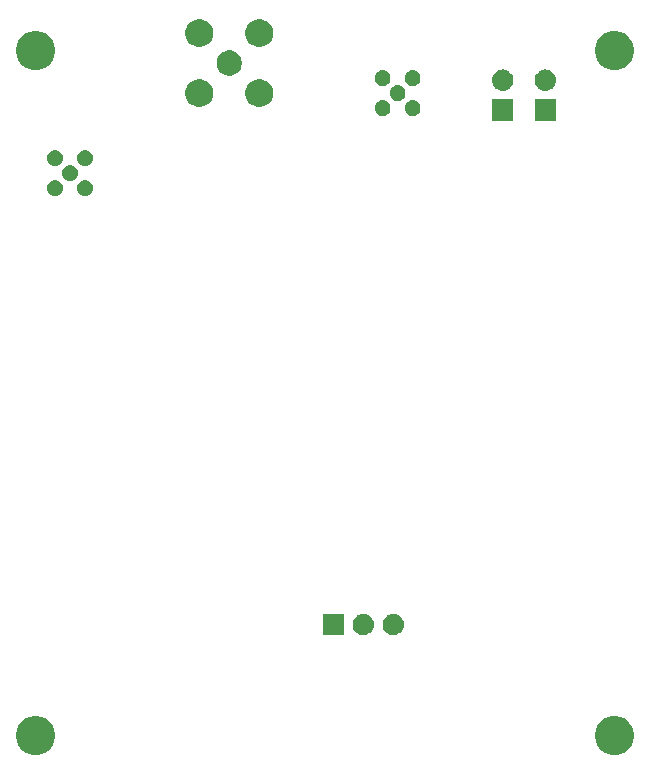
<source format=gbr>
G04 #@! TF.GenerationSoftware,KiCad,Pcbnew,5.0.1-33cea8e~68~ubuntu18.04.1*
G04 #@! TF.CreationDate,2018-11-04T18:35:11+03:00*
G04 #@! TF.ProjectId,AA-PI-Radio-Board,41412D50492D526164696F2D426F6172,rev?*
G04 #@! TF.SameCoordinates,Original*
G04 #@! TF.FileFunction,Soldermask,Bot*
G04 #@! TF.FilePolarity,Negative*
%FSLAX46Y46*%
G04 Gerber Fmt 4.6, Leading zero omitted, Abs format (unit mm)*
G04 Created by KiCad (PCBNEW 5.0.1-33cea8e~68~ubuntu18.04.1) date Sun 04 Nov 2018 18:35:11 MSK*
%MOMM*%
%LPD*%
G01*
G04 APERTURE LIST*
%ADD10C,0.100000*%
G04 APERTURE END LIST*
D10*
G36*
X152742323Y-134865060D02*
X152981521Y-134912639D01*
X153281947Y-135037080D01*
X153552324Y-135217740D01*
X153782260Y-135447676D01*
X153962920Y-135718053D01*
X154087361Y-136018479D01*
X154150800Y-136337410D01*
X154150800Y-136662590D01*
X154087361Y-136981521D01*
X153962920Y-137281947D01*
X153782260Y-137552324D01*
X153552324Y-137782260D01*
X153281947Y-137962920D01*
X152981521Y-138087361D01*
X152742323Y-138134940D01*
X152662591Y-138150800D01*
X152337409Y-138150800D01*
X152257677Y-138134940D01*
X152018479Y-138087361D01*
X151718053Y-137962920D01*
X151447676Y-137782260D01*
X151217740Y-137552324D01*
X151037080Y-137281947D01*
X150912639Y-136981521D01*
X150849200Y-136662590D01*
X150849200Y-136337410D01*
X150912639Y-136018479D01*
X151037080Y-135718053D01*
X151217740Y-135447676D01*
X151447676Y-135217740D01*
X151718053Y-135037080D01*
X152018479Y-134912639D01*
X152257677Y-134865060D01*
X152337409Y-134849200D01*
X152662591Y-134849200D01*
X152742323Y-134865060D01*
X152742323Y-134865060D01*
G37*
G36*
X103742323Y-134865060D02*
X103981521Y-134912639D01*
X104281947Y-135037080D01*
X104552324Y-135217740D01*
X104782260Y-135447676D01*
X104962920Y-135718053D01*
X105087361Y-136018479D01*
X105150800Y-136337410D01*
X105150800Y-136662590D01*
X105087361Y-136981521D01*
X104962920Y-137281947D01*
X104782260Y-137552324D01*
X104552324Y-137782260D01*
X104281947Y-137962920D01*
X103981521Y-138087361D01*
X103742323Y-138134940D01*
X103662591Y-138150800D01*
X103337409Y-138150800D01*
X103257677Y-138134940D01*
X103018479Y-138087361D01*
X102718053Y-137962920D01*
X102447676Y-137782260D01*
X102217740Y-137552324D01*
X102037080Y-137281947D01*
X101912639Y-136981521D01*
X101849200Y-136662590D01*
X101849200Y-136337410D01*
X101912639Y-136018479D01*
X102037080Y-135718053D01*
X102217740Y-135447676D01*
X102447676Y-135217740D01*
X102718053Y-135037080D01*
X103018479Y-134912639D01*
X103257677Y-134865060D01*
X103337409Y-134849200D01*
X103662591Y-134849200D01*
X103742323Y-134865060D01*
X103742323Y-134865060D01*
G37*
G36*
X129600800Y-128000800D02*
X127799200Y-128000800D01*
X127799200Y-126199200D01*
X129600800Y-126199200D01*
X129600800Y-128000800D01*
X129600800Y-128000800D01*
G37*
G36*
X133868362Y-126203545D02*
X133956588Y-126212234D01*
X134069789Y-126246573D01*
X134126390Y-126263743D01*
X134264980Y-126337822D01*
X134282879Y-126347389D01*
X134318609Y-126376712D01*
X134420044Y-126459956D01*
X134503288Y-126561391D01*
X134532611Y-126597121D01*
X134532612Y-126597123D01*
X134616257Y-126753610D01*
X134616257Y-126753611D01*
X134667766Y-126923412D01*
X134685158Y-127100000D01*
X134667766Y-127276588D01*
X134633427Y-127389789D01*
X134616257Y-127446390D01*
X134542178Y-127584980D01*
X134532611Y-127602879D01*
X134503288Y-127638609D01*
X134420044Y-127740044D01*
X134318609Y-127823288D01*
X134282879Y-127852611D01*
X134282877Y-127852612D01*
X134126390Y-127936257D01*
X134069789Y-127953427D01*
X133956588Y-127987766D01*
X133868362Y-127996455D01*
X133824250Y-128000800D01*
X133735750Y-128000800D01*
X133691638Y-127996455D01*
X133603412Y-127987766D01*
X133490211Y-127953427D01*
X133433610Y-127936257D01*
X133277123Y-127852612D01*
X133277121Y-127852611D01*
X133241391Y-127823288D01*
X133139956Y-127740044D01*
X133056712Y-127638609D01*
X133027389Y-127602879D01*
X133017822Y-127584980D01*
X132943743Y-127446390D01*
X132926573Y-127389789D01*
X132892234Y-127276588D01*
X132874842Y-127100000D01*
X132892234Y-126923412D01*
X132943743Y-126753611D01*
X132943743Y-126753610D01*
X133027388Y-126597123D01*
X133027389Y-126597121D01*
X133056712Y-126561391D01*
X133139956Y-126459956D01*
X133241391Y-126376712D01*
X133277121Y-126347389D01*
X133295020Y-126337822D01*
X133433610Y-126263743D01*
X133490211Y-126246573D01*
X133603412Y-126212234D01*
X133691638Y-126203545D01*
X133735750Y-126199200D01*
X133824250Y-126199200D01*
X133868362Y-126203545D01*
X133868362Y-126203545D01*
G37*
G36*
X131328362Y-126203545D02*
X131416588Y-126212234D01*
X131529789Y-126246573D01*
X131586390Y-126263743D01*
X131724980Y-126337822D01*
X131742879Y-126347389D01*
X131778609Y-126376712D01*
X131880044Y-126459956D01*
X131963288Y-126561391D01*
X131992611Y-126597121D01*
X131992612Y-126597123D01*
X132076257Y-126753610D01*
X132076257Y-126753611D01*
X132127766Y-126923412D01*
X132145158Y-127100000D01*
X132127766Y-127276588D01*
X132093427Y-127389789D01*
X132076257Y-127446390D01*
X132002178Y-127584980D01*
X131992611Y-127602879D01*
X131963288Y-127638609D01*
X131880044Y-127740044D01*
X131778609Y-127823288D01*
X131742879Y-127852611D01*
X131742877Y-127852612D01*
X131586390Y-127936257D01*
X131529789Y-127953427D01*
X131416588Y-127987766D01*
X131328362Y-127996455D01*
X131284250Y-128000800D01*
X131195750Y-128000800D01*
X131151638Y-127996455D01*
X131063412Y-127987766D01*
X130950211Y-127953427D01*
X130893610Y-127936257D01*
X130737123Y-127852612D01*
X130737121Y-127852611D01*
X130701391Y-127823288D01*
X130599956Y-127740044D01*
X130516712Y-127638609D01*
X130487389Y-127602879D01*
X130477822Y-127584980D01*
X130403743Y-127446390D01*
X130386573Y-127389789D01*
X130352234Y-127276588D01*
X130334842Y-127100000D01*
X130352234Y-126923412D01*
X130403743Y-126753611D01*
X130403743Y-126753610D01*
X130487388Y-126597123D01*
X130487389Y-126597121D01*
X130516712Y-126561391D01*
X130599956Y-126459956D01*
X130701391Y-126376712D01*
X130737121Y-126347389D01*
X130755020Y-126337822D01*
X130893610Y-126263743D01*
X130950211Y-126246573D01*
X131063412Y-126212234D01*
X131151638Y-126203545D01*
X131195750Y-126199200D01*
X131284250Y-126199200D01*
X131328362Y-126203545D01*
X131328362Y-126203545D01*
G37*
G36*
X107842466Y-89506385D02*
X107885665Y-89514978D01*
X107996290Y-89560800D01*
X108007743Y-89565544D01*
X108117613Y-89638957D01*
X108211043Y-89732387D01*
X108284456Y-89842257D01*
X108335022Y-89964336D01*
X108360800Y-90093930D01*
X108360800Y-90226070D01*
X108335022Y-90355664D01*
X108284456Y-90477743D01*
X108211043Y-90587613D01*
X108117613Y-90681043D01*
X108117610Y-90681045D01*
X108007743Y-90754456D01*
X107885665Y-90805022D01*
X107842466Y-90813615D01*
X107756070Y-90830800D01*
X107623930Y-90830800D01*
X107537534Y-90813615D01*
X107494335Y-90805022D01*
X107372257Y-90754456D01*
X107262390Y-90681045D01*
X107262387Y-90681043D01*
X107168957Y-90587613D01*
X107095544Y-90477743D01*
X107044978Y-90355664D01*
X107019200Y-90226070D01*
X107019200Y-90093930D01*
X107044978Y-89964336D01*
X107095544Y-89842257D01*
X107168957Y-89732387D01*
X107262387Y-89638957D01*
X107372257Y-89565544D01*
X107383710Y-89560800D01*
X107494335Y-89514978D01*
X107537534Y-89506385D01*
X107623930Y-89489200D01*
X107756070Y-89489200D01*
X107842466Y-89506385D01*
X107842466Y-89506385D01*
G37*
G36*
X105302466Y-89506385D02*
X105345665Y-89514978D01*
X105456290Y-89560800D01*
X105467743Y-89565544D01*
X105577613Y-89638957D01*
X105671043Y-89732387D01*
X105744456Y-89842257D01*
X105795022Y-89964336D01*
X105820800Y-90093930D01*
X105820800Y-90226070D01*
X105795022Y-90355664D01*
X105744456Y-90477743D01*
X105671043Y-90587613D01*
X105577613Y-90681043D01*
X105577610Y-90681045D01*
X105467743Y-90754456D01*
X105345665Y-90805022D01*
X105302466Y-90813615D01*
X105216070Y-90830800D01*
X105083930Y-90830800D01*
X104997534Y-90813615D01*
X104954335Y-90805022D01*
X104832257Y-90754456D01*
X104722390Y-90681045D01*
X104722387Y-90681043D01*
X104628957Y-90587613D01*
X104555544Y-90477743D01*
X104504978Y-90355664D01*
X104479200Y-90226070D01*
X104479200Y-90093930D01*
X104504978Y-89964336D01*
X104555544Y-89842257D01*
X104628957Y-89732387D01*
X104722387Y-89638957D01*
X104832257Y-89565544D01*
X104843710Y-89560800D01*
X104954335Y-89514978D01*
X104997534Y-89506385D01*
X105083930Y-89489200D01*
X105216070Y-89489200D01*
X105302466Y-89506385D01*
X105302466Y-89506385D01*
G37*
G36*
X106572466Y-88236385D02*
X106615665Y-88244978D01*
X106726290Y-88290800D01*
X106737743Y-88295544D01*
X106847613Y-88368957D01*
X106941043Y-88462387D01*
X107014456Y-88572257D01*
X107065022Y-88694336D01*
X107090800Y-88823930D01*
X107090800Y-88956070D01*
X107065022Y-89085664D01*
X107014456Y-89207743D01*
X106941043Y-89317613D01*
X106847613Y-89411043D01*
X106847610Y-89411045D01*
X106737743Y-89484456D01*
X106615665Y-89535022D01*
X106572466Y-89543615D01*
X106486070Y-89560800D01*
X106353930Y-89560800D01*
X106267534Y-89543615D01*
X106224335Y-89535022D01*
X106102257Y-89484456D01*
X105992390Y-89411045D01*
X105992387Y-89411043D01*
X105898957Y-89317613D01*
X105825544Y-89207743D01*
X105774978Y-89085664D01*
X105749200Y-88956070D01*
X105749200Y-88823930D01*
X105774978Y-88694336D01*
X105825544Y-88572257D01*
X105898957Y-88462387D01*
X105992387Y-88368957D01*
X106102257Y-88295544D01*
X106113710Y-88290800D01*
X106224335Y-88244978D01*
X106267534Y-88236385D01*
X106353930Y-88219200D01*
X106486070Y-88219200D01*
X106572466Y-88236385D01*
X106572466Y-88236385D01*
G37*
G36*
X107842466Y-86966385D02*
X107885665Y-86974978D01*
X108007743Y-87025544D01*
X108117613Y-87098957D01*
X108211043Y-87192387D01*
X108284456Y-87302257D01*
X108335022Y-87424336D01*
X108360800Y-87553930D01*
X108360800Y-87686070D01*
X108335022Y-87815664D01*
X108284456Y-87937743D01*
X108211043Y-88047613D01*
X108117613Y-88141043D01*
X108117610Y-88141045D01*
X108007743Y-88214456D01*
X107885665Y-88265022D01*
X107842466Y-88273615D01*
X107756070Y-88290800D01*
X107623930Y-88290800D01*
X107537534Y-88273615D01*
X107494335Y-88265022D01*
X107372257Y-88214456D01*
X107262390Y-88141045D01*
X107262387Y-88141043D01*
X107168957Y-88047613D01*
X107095544Y-87937743D01*
X107044978Y-87815664D01*
X107019200Y-87686070D01*
X107019200Y-87553930D01*
X107044978Y-87424336D01*
X107095544Y-87302257D01*
X107168957Y-87192387D01*
X107262387Y-87098957D01*
X107372257Y-87025544D01*
X107494335Y-86974978D01*
X107537534Y-86966385D01*
X107623930Y-86949200D01*
X107756070Y-86949200D01*
X107842466Y-86966385D01*
X107842466Y-86966385D01*
G37*
G36*
X105302466Y-86966385D02*
X105345665Y-86974978D01*
X105467743Y-87025544D01*
X105577613Y-87098957D01*
X105671043Y-87192387D01*
X105744456Y-87302257D01*
X105795022Y-87424336D01*
X105820800Y-87553930D01*
X105820800Y-87686070D01*
X105795022Y-87815664D01*
X105744456Y-87937743D01*
X105671043Y-88047613D01*
X105577613Y-88141043D01*
X105577610Y-88141045D01*
X105467743Y-88214456D01*
X105345665Y-88265022D01*
X105302466Y-88273615D01*
X105216070Y-88290800D01*
X105083930Y-88290800D01*
X104997534Y-88273615D01*
X104954335Y-88265022D01*
X104832257Y-88214456D01*
X104722390Y-88141045D01*
X104722387Y-88141043D01*
X104628957Y-88047613D01*
X104555544Y-87937743D01*
X104504978Y-87815664D01*
X104479200Y-87686070D01*
X104479200Y-87553930D01*
X104504978Y-87424336D01*
X104555544Y-87302257D01*
X104628957Y-87192387D01*
X104722387Y-87098957D01*
X104832257Y-87025544D01*
X104954335Y-86974978D01*
X104997534Y-86966385D01*
X105083930Y-86949200D01*
X105216070Y-86949200D01*
X105302466Y-86966385D01*
X105302466Y-86966385D01*
G37*
G36*
X147550800Y-84450800D02*
X145749200Y-84450800D01*
X145749200Y-82649200D01*
X147550800Y-82649200D01*
X147550800Y-84450800D01*
X147550800Y-84450800D01*
G37*
G36*
X143950800Y-84450800D02*
X142149200Y-84450800D01*
X142149200Y-82649200D01*
X143950800Y-82649200D01*
X143950800Y-84450800D01*
X143950800Y-84450800D01*
G37*
G36*
X133032466Y-82716385D02*
X133075665Y-82724978D01*
X133186290Y-82770800D01*
X133197743Y-82775544D01*
X133307613Y-82848957D01*
X133401043Y-82942387D01*
X133401045Y-82942390D01*
X133474456Y-83052257D01*
X133515763Y-83151981D01*
X133525022Y-83174336D01*
X133550800Y-83303930D01*
X133550800Y-83436070D01*
X133525022Y-83565664D01*
X133474456Y-83687743D01*
X133401043Y-83797613D01*
X133307613Y-83891043D01*
X133307610Y-83891045D01*
X133197743Y-83964456D01*
X133075665Y-84015022D01*
X133032466Y-84023615D01*
X132946070Y-84040800D01*
X132813930Y-84040800D01*
X132727534Y-84023615D01*
X132684335Y-84015022D01*
X132562257Y-83964456D01*
X132452390Y-83891045D01*
X132452387Y-83891043D01*
X132358957Y-83797613D01*
X132285544Y-83687743D01*
X132234978Y-83565664D01*
X132209200Y-83436070D01*
X132209200Y-83303930D01*
X132234978Y-83174336D01*
X132244238Y-83151981D01*
X132285544Y-83052257D01*
X132358955Y-82942390D01*
X132358957Y-82942387D01*
X132452387Y-82848957D01*
X132562257Y-82775544D01*
X132573710Y-82770800D01*
X132684335Y-82724978D01*
X132727534Y-82716385D01*
X132813930Y-82699200D01*
X132946070Y-82699200D01*
X133032466Y-82716385D01*
X133032466Y-82716385D01*
G37*
G36*
X135572466Y-82716385D02*
X135615665Y-82724978D01*
X135726290Y-82770800D01*
X135737743Y-82775544D01*
X135847613Y-82848957D01*
X135941043Y-82942387D01*
X135941045Y-82942390D01*
X136014456Y-83052257D01*
X136055763Y-83151981D01*
X136065022Y-83174336D01*
X136090800Y-83303930D01*
X136090800Y-83436070D01*
X136065022Y-83565664D01*
X136014456Y-83687743D01*
X135941043Y-83797613D01*
X135847613Y-83891043D01*
X135847610Y-83891045D01*
X135737743Y-83964456D01*
X135615665Y-84015022D01*
X135572466Y-84023615D01*
X135486070Y-84040800D01*
X135353930Y-84040800D01*
X135267534Y-84023615D01*
X135224335Y-84015022D01*
X135102257Y-83964456D01*
X134992390Y-83891045D01*
X134992387Y-83891043D01*
X134898957Y-83797613D01*
X134825544Y-83687743D01*
X134774978Y-83565664D01*
X134749200Y-83436070D01*
X134749200Y-83303930D01*
X134774978Y-83174336D01*
X134784238Y-83151981D01*
X134825544Y-83052257D01*
X134898955Y-82942390D01*
X134898957Y-82942387D01*
X134992387Y-82848957D01*
X135102257Y-82775544D01*
X135113710Y-82770800D01*
X135224335Y-82724978D01*
X135267534Y-82716385D01*
X135353930Y-82699200D01*
X135486070Y-82699200D01*
X135572466Y-82716385D01*
X135572466Y-82716385D01*
G37*
G36*
X122782967Y-80979385D02*
X122996949Y-81068019D01*
X123189532Y-81196699D01*
X123353301Y-81360468D01*
X123481981Y-81553051D01*
X123570615Y-81767033D01*
X123615800Y-81994192D01*
X123615800Y-82225808D01*
X123570615Y-82452967D01*
X123481981Y-82666949D01*
X123353301Y-82859532D01*
X123189532Y-83023301D01*
X122996949Y-83151981D01*
X122782967Y-83240615D01*
X122555808Y-83285800D01*
X122324192Y-83285800D01*
X122097033Y-83240615D01*
X121883051Y-83151981D01*
X121690468Y-83023301D01*
X121526699Y-82859532D01*
X121398019Y-82666949D01*
X121309385Y-82452967D01*
X121264200Y-82225808D01*
X121264200Y-81994192D01*
X121309385Y-81767033D01*
X121398019Y-81553051D01*
X121526699Y-81360468D01*
X121690468Y-81196699D01*
X121883051Y-81068019D01*
X122097033Y-80979385D01*
X122324192Y-80934200D01*
X122555808Y-80934200D01*
X122782967Y-80979385D01*
X122782967Y-80979385D01*
G37*
G36*
X117702967Y-80979385D02*
X117916949Y-81068019D01*
X118109532Y-81196699D01*
X118273301Y-81360468D01*
X118401981Y-81553051D01*
X118490615Y-81767033D01*
X118535800Y-81994192D01*
X118535800Y-82225808D01*
X118490615Y-82452967D01*
X118401981Y-82666949D01*
X118273301Y-82859532D01*
X118109532Y-83023301D01*
X117916949Y-83151981D01*
X117702967Y-83240615D01*
X117475808Y-83285800D01*
X117244192Y-83285800D01*
X117017033Y-83240615D01*
X116803051Y-83151981D01*
X116610468Y-83023301D01*
X116446699Y-82859532D01*
X116318019Y-82666949D01*
X116229385Y-82452967D01*
X116184200Y-82225808D01*
X116184200Y-81994192D01*
X116229385Y-81767033D01*
X116318019Y-81553051D01*
X116446699Y-81360468D01*
X116610468Y-81196699D01*
X116803051Y-81068019D01*
X117017033Y-80979385D01*
X117244192Y-80934200D01*
X117475808Y-80934200D01*
X117702967Y-80979385D01*
X117702967Y-80979385D01*
G37*
G36*
X134302466Y-81446385D02*
X134345665Y-81454978D01*
X134456290Y-81500800D01*
X134467743Y-81505544D01*
X134577613Y-81578957D01*
X134671043Y-81672387D01*
X134744456Y-81782257D01*
X134795022Y-81904336D01*
X134820800Y-82033930D01*
X134820800Y-82166070D01*
X134795022Y-82295664D01*
X134744456Y-82417743D01*
X134671043Y-82527613D01*
X134577613Y-82621043D01*
X134577610Y-82621045D01*
X134467743Y-82694456D01*
X134345665Y-82745022D01*
X134302466Y-82753615D01*
X134216070Y-82770800D01*
X134083930Y-82770800D01*
X133997534Y-82753615D01*
X133954335Y-82745022D01*
X133832257Y-82694456D01*
X133722390Y-82621045D01*
X133722387Y-82621043D01*
X133628957Y-82527613D01*
X133555544Y-82417743D01*
X133504978Y-82295664D01*
X133479200Y-82166070D01*
X133479200Y-82033930D01*
X133504978Y-81904336D01*
X133555544Y-81782257D01*
X133628957Y-81672387D01*
X133722387Y-81578957D01*
X133832257Y-81505544D01*
X133843710Y-81500800D01*
X133954335Y-81454978D01*
X133997534Y-81446385D01*
X134083930Y-81429200D01*
X134216070Y-81429200D01*
X134302466Y-81446385D01*
X134302466Y-81446385D01*
G37*
G36*
X143138362Y-80113545D02*
X143226588Y-80122234D01*
X143339789Y-80156573D01*
X143396390Y-80173743D01*
X143512010Y-80235544D01*
X143552879Y-80257389D01*
X143588609Y-80286712D01*
X143690044Y-80369956D01*
X143773288Y-80471391D01*
X143802611Y-80507121D01*
X143802612Y-80507123D01*
X143886257Y-80663610D01*
X143886257Y-80663611D01*
X143937766Y-80833412D01*
X143955158Y-81010000D01*
X143937766Y-81186588D01*
X143903427Y-81299789D01*
X143886257Y-81356390D01*
X143847339Y-81429200D01*
X143802611Y-81512879D01*
X143773288Y-81548609D01*
X143690044Y-81650044D01*
X143588609Y-81733288D01*
X143552879Y-81762611D01*
X143552877Y-81762612D01*
X143396390Y-81846257D01*
X143339789Y-81863427D01*
X143226588Y-81897766D01*
X143159880Y-81904336D01*
X143094250Y-81910800D01*
X143005750Y-81910800D01*
X142940120Y-81904336D01*
X142873412Y-81897766D01*
X142760211Y-81863427D01*
X142703610Y-81846257D01*
X142547123Y-81762612D01*
X142547121Y-81762611D01*
X142511391Y-81733288D01*
X142409956Y-81650044D01*
X142326712Y-81548609D01*
X142297389Y-81512879D01*
X142252661Y-81429200D01*
X142213743Y-81356390D01*
X142196573Y-81299789D01*
X142162234Y-81186588D01*
X142144842Y-81010000D01*
X142162234Y-80833412D01*
X142213743Y-80663611D01*
X142213743Y-80663610D01*
X142297388Y-80507123D01*
X142297389Y-80507121D01*
X142326712Y-80471391D01*
X142409956Y-80369956D01*
X142511391Y-80286712D01*
X142547121Y-80257389D01*
X142587990Y-80235544D01*
X142703610Y-80173743D01*
X142760211Y-80156573D01*
X142873412Y-80122234D01*
X142961638Y-80113545D01*
X143005750Y-80109200D01*
X143094250Y-80109200D01*
X143138362Y-80113545D01*
X143138362Y-80113545D01*
G37*
G36*
X146738362Y-80113545D02*
X146826588Y-80122234D01*
X146939789Y-80156573D01*
X146996390Y-80173743D01*
X147112010Y-80235544D01*
X147152879Y-80257389D01*
X147188609Y-80286712D01*
X147290044Y-80369956D01*
X147373288Y-80471391D01*
X147402611Y-80507121D01*
X147402612Y-80507123D01*
X147486257Y-80663610D01*
X147486257Y-80663611D01*
X147537766Y-80833412D01*
X147555158Y-81010000D01*
X147537766Y-81186588D01*
X147503427Y-81299789D01*
X147486257Y-81356390D01*
X147447339Y-81429200D01*
X147402611Y-81512879D01*
X147373288Y-81548609D01*
X147290044Y-81650044D01*
X147188609Y-81733288D01*
X147152879Y-81762611D01*
X147152877Y-81762612D01*
X146996390Y-81846257D01*
X146939789Y-81863427D01*
X146826588Y-81897766D01*
X146759880Y-81904336D01*
X146694250Y-81910800D01*
X146605750Y-81910800D01*
X146540120Y-81904336D01*
X146473412Y-81897766D01*
X146360211Y-81863427D01*
X146303610Y-81846257D01*
X146147123Y-81762612D01*
X146147121Y-81762611D01*
X146111391Y-81733288D01*
X146009956Y-81650044D01*
X145926712Y-81548609D01*
X145897389Y-81512879D01*
X145852661Y-81429200D01*
X145813743Y-81356390D01*
X145796573Y-81299789D01*
X145762234Y-81186588D01*
X145744842Y-81010000D01*
X145762234Y-80833412D01*
X145813743Y-80663611D01*
X145813743Y-80663610D01*
X145897388Y-80507123D01*
X145897389Y-80507121D01*
X145926712Y-80471391D01*
X146009956Y-80369956D01*
X146111391Y-80286712D01*
X146147121Y-80257389D01*
X146187990Y-80235544D01*
X146303610Y-80173743D01*
X146360211Y-80156573D01*
X146473412Y-80122234D01*
X146561638Y-80113545D01*
X146605750Y-80109200D01*
X146694250Y-80109200D01*
X146738362Y-80113545D01*
X146738362Y-80113545D01*
G37*
G36*
X135559182Y-80173743D02*
X135615665Y-80184978D01*
X135737743Y-80235544D01*
X135847613Y-80308957D01*
X135941043Y-80402387D01*
X135941045Y-80402390D01*
X136014456Y-80512257D01*
X136065022Y-80634335D01*
X136090800Y-80763932D01*
X136090800Y-80896068D01*
X136065022Y-81025665D01*
X136047478Y-81068020D01*
X136014456Y-81147743D01*
X135941043Y-81257613D01*
X135847613Y-81351043D01*
X135847610Y-81351045D01*
X135737743Y-81424456D01*
X135615665Y-81475022D01*
X135572466Y-81483615D01*
X135486070Y-81500800D01*
X135353930Y-81500800D01*
X135267534Y-81483615D01*
X135224335Y-81475022D01*
X135102257Y-81424456D01*
X134992390Y-81351045D01*
X134992387Y-81351043D01*
X134898957Y-81257613D01*
X134825544Y-81147743D01*
X134792522Y-81068020D01*
X134774978Y-81025665D01*
X134749200Y-80896068D01*
X134749200Y-80763932D01*
X134774978Y-80634335D01*
X134825544Y-80512257D01*
X134898955Y-80402390D01*
X134898957Y-80402387D01*
X134992387Y-80308957D01*
X135102257Y-80235544D01*
X135224335Y-80184978D01*
X135280818Y-80173743D01*
X135353930Y-80159200D01*
X135486070Y-80159200D01*
X135559182Y-80173743D01*
X135559182Y-80173743D01*
G37*
G36*
X133019182Y-80173743D02*
X133075665Y-80184978D01*
X133197743Y-80235544D01*
X133307613Y-80308957D01*
X133401043Y-80402387D01*
X133401045Y-80402390D01*
X133474456Y-80512257D01*
X133525022Y-80634335D01*
X133550800Y-80763932D01*
X133550800Y-80896068D01*
X133525022Y-81025665D01*
X133507478Y-81068020D01*
X133474456Y-81147743D01*
X133401043Y-81257613D01*
X133307613Y-81351043D01*
X133307610Y-81351045D01*
X133197743Y-81424456D01*
X133075665Y-81475022D01*
X133032466Y-81483615D01*
X132946070Y-81500800D01*
X132813930Y-81500800D01*
X132727534Y-81483615D01*
X132684335Y-81475022D01*
X132562257Y-81424456D01*
X132452390Y-81351045D01*
X132452387Y-81351043D01*
X132358957Y-81257613D01*
X132285544Y-81147743D01*
X132252522Y-81068020D01*
X132234978Y-81025665D01*
X132209200Y-80896068D01*
X132209200Y-80763932D01*
X132234978Y-80634335D01*
X132285544Y-80512257D01*
X132358955Y-80402390D01*
X132358957Y-80402387D01*
X132452387Y-80308957D01*
X132562257Y-80235544D01*
X132684335Y-80184978D01*
X132740818Y-80173743D01*
X132813930Y-80159200D01*
X132946070Y-80159200D01*
X133019182Y-80173743D01*
X133019182Y-80173743D01*
G37*
G36*
X120213798Y-78535542D02*
X120409581Y-78616638D01*
X120585785Y-78734374D01*
X120735626Y-78884215D01*
X120853362Y-79060419D01*
X120934458Y-79256202D01*
X120975800Y-79464042D01*
X120975800Y-79675958D01*
X120934458Y-79883798D01*
X120853362Y-80079581D01*
X120735626Y-80255785D01*
X120585785Y-80405626D01*
X120409581Y-80523362D01*
X120213798Y-80604458D01*
X120005958Y-80645800D01*
X119794042Y-80645800D01*
X119586202Y-80604458D01*
X119390419Y-80523362D01*
X119214215Y-80405626D01*
X119064374Y-80255785D01*
X118946638Y-80079581D01*
X118865542Y-79883798D01*
X118824200Y-79675958D01*
X118824200Y-79464042D01*
X118865542Y-79256202D01*
X118946638Y-79060419D01*
X119064374Y-78884215D01*
X119214215Y-78734374D01*
X119390419Y-78616638D01*
X119586202Y-78535542D01*
X119794042Y-78494200D01*
X120005958Y-78494200D01*
X120213798Y-78535542D01*
X120213798Y-78535542D01*
G37*
G36*
X103742323Y-76865060D02*
X103981521Y-76912639D01*
X104281947Y-77037080D01*
X104552324Y-77217740D01*
X104782260Y-77447676D01*
X104962920Y-77718053D01*
X105087361Y-78018479D01*
X105150800Y-78337410D01*
X105150800Y-78662590D01*
X105087361Y-78981521D01*
X104962920Y-79281947D01*
X104782260Y-79552324D01*
X104552324Y-79782260D01*
X104281947Y-79962920D01*
X103981521Y-80087361D01*
X103742323Y-80134940D01*
X103662591Y-80150800D01*
X103337409Y-80150800D01*
X103257677Y-80134940D01*
X103018479Y-80087361D01*
X102718053Y-79962920D01*
X102447676Y-79782260D01*
X102217740Y-79552324D01*
X102037080Y-79281947D01*
X101912639Y-78981521D01*
X101849200Y-78662590D01*
X101849200Y-78337410D01*
X101912639Y-78018479D01*
X102037080Y-77718053D01*
X102217740Y-77447676D01*
X102447676Y-77217740D01*
X102718053Y-77037080D01*
X103018479Y-76912639D01*
X103257677Y-76865060D01*
X103337409Y-76849200D01*
X103662591Y-76849200D01*
X103742323Y-76865060D01*
X103742323Y-76865060D01*
G37*
G36*
X152742323Y-76865060D02*
X152981521Y-76912639D01*
X153281947Y-77037080D01*
X153552324Y-77217740D01*
X153782260Y-77447676D01*
X153962920Y-77718053D01*
X154087361Y-78018479D01*
X154150800Y-78337410D01*
X154150800Y-78662590D01*
X154087361Y-78981521D01*
X153962920Y-79281947D01*
X153782260Y-79552324D01*
X153552324Y-79782260D01*
X153281947Y-79962920D01*
X152981521Y-80087361D01*
X152742323Y-80134940D01*
X152662591Y-80150800D01*
X152337409Y-80150800D01*
X152257677Y-80134940D01*
X152018479Y-80087361D01*
X151718053Y-79962920D01*
X151447676Y-79782260D01*
X151217740Y-79552324D01*
X151037080Y-79281947D01*
X150912639Y-78981521D01*
X150849200Y-78662590D01*
X150849200Y-78337410D01*
X150912639Y-78018479D01*
X151037080Y-77718053D01*
X151217740Y-77447676D01*
X151447676Y-77217740D01*
X151718053Y-77037080D01*
X152018479Y-76912639D01*
X152257677Y-76865060D01*
X152337409Y-76849200D01*
X152662591Y-76849200D01*
X152742323Y-76865060D01*
X152742323Y-76865060D01*
G37*
G36*
X117702967Y-75899385D02*
X117916949Y-75988019D01*
X118109532Y-76116699D01*
X118273301Y-76280468D01*
X118401981Y-76473051D01*
X118490615Y-76687033D01*
X118535800Y-76914192D01*
X118535800Y-77145808D01*
X118490615Y-77372967D01*
X118401981Y-77586949D01*
X118273301Y-77779532D01*
X118109532Y-77943301D01*
X117916949Y-78071981D01*
X117702967Y-78160615D01*
X117475808Y-78205800D01*
X117244192Y-78205800D01*
X117017033Y-78160615D01*
X116803051Y-78071981D01*
X116610468Y-77943301D01*
X116446699Y-77779532D01*
X116318019Y-77586949D01*
X116229385Y-77372967D01*
X116184200Y-77145808D01*
X116184200Y-76914192D01*
X116229385Y-76687033D01*
X116318019Y-76473051D01*
X116446699Y-76280468D01*
X116610468Y-76116699D01*
X116803051Y-75988019D01*
X117017033Y-75899385D01*
X117244192Y-75854200D01*
X117475808Y-75854200D01*
X117702967Y-75899385D01*
X117702967Y-75899385D01*
G37*
G36*
X122782967Y-75899385D02*
X122996949Y-75988019D01*
X123189532Y-76116699D01*
X123353301Y-76280468D01*
X123481981Y-76473051D01*
X123570615Y-76687033D01*
X123615800Y-76914192D01*
X123615800Y-77145808D01*
X123570615Y-77372967D01*
X123481981Y-77586949D01*
X123353301Y-77779532D01*
X123189532Y-77943301D01*
X122996949Y-78071981D01*
X122782967Y-78160615D01*
X122555808Y-78205800D01*
X122324192Y-78205800D01*
X122097033Y-78160615D01*
X121883051Y-78071981D01*
X121690468Y-77943301D01*
X121526699Y-77779532D01*
X121398019Y-77586949D01*
X121309385Y-77372967D01*
X121264200Y-77145808D01*
X121264200Y-76914192D01*
X121309385Y-76687033D01*
X121398019Y-76473051D01*
X121526699Y-76280468D01*
X121690468Y-76116699D01*
X121883051Y-75988019D01*
X122097033Y-75899385D01*
X122324192Y-75854200D01*
X122555808Y-75854200D01*
X122782967Y-75899385D01*
X122782967Y-75899385D01*
G37*
M02*

</source>
